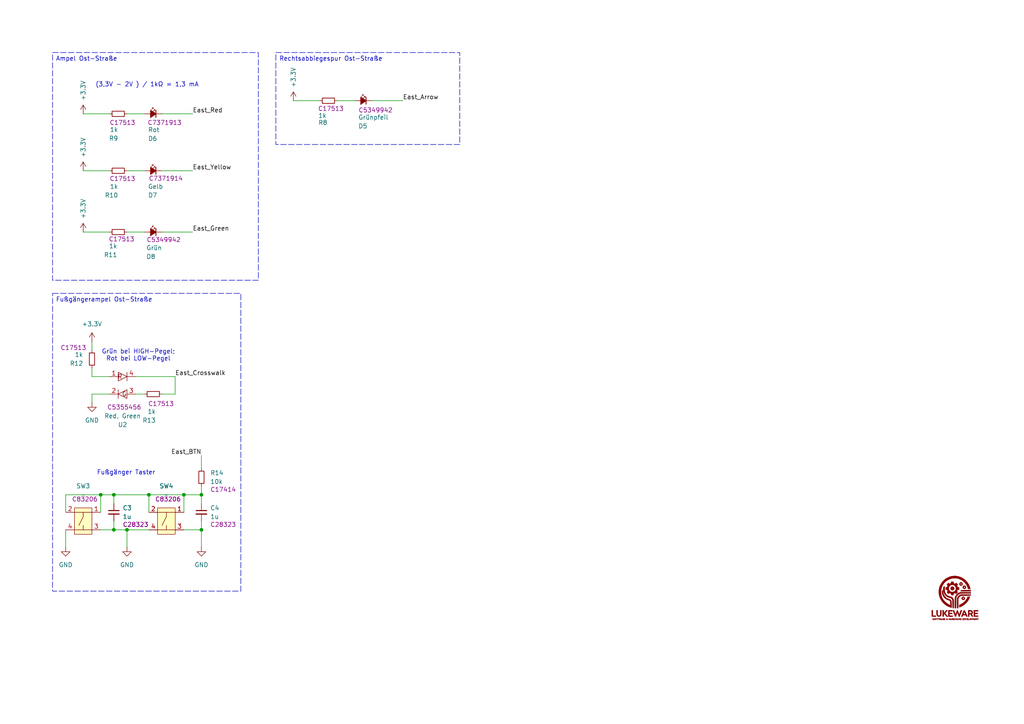
<source format=kicad_sch>
(kicad_sch (version 20231120) (generator "eeschema") (generator_version "8.0")
  (paper "A4")
  (title_block (title "SignalFlowLab") (date "2025-02-26") (rev "V 1.1") (company "LukeWare"))
  (lib_symbols
    (symbol "0_SignalFlowLab:A-SC6302R6AGHC-A03-2T"
      (property "Reference" "U" (at 0 0 0))
      (property "Value" "Red, Green" (at 0 0 0))
      (property "LCSC" " C5355456" (at 0 0 0))
      (symbol "A-SC6302R6AGHC-A03-2T_1_0"
        (pin power_in line (at -1.27 3.81 0) (length 2.54) (name "") (number "1"))
        (pin passive line (at -1.27 8.89 0) (length 2.54) (name "") (number "2"))
        (pin power_in line (at 6.35 8.89 180) (length 2.54) (name "") (number "3"))
        (pin passive line (at 6.35 3.81 180) (length 2.54) (name "") (number "4"))
      )
      (symbol "A-SC6302R6AGHC-A03-2T_1_1"
        (text "G" (at 3.048 8.89 0) (effects (font (size 1.27 1.27))))
        (text "R" (at 1.778 3.81 0) (effects (font (size 1.27 1.27))))
      )
    )
    (symbol "0_SignalFlowLab:K2-6639SP-C4SC-04"
      (property "Reference" "SW" (at 5.08 7.874 0))
      (property "LCSC" " C83206" (at 0 0 0))
      (symbol "K2-6639SP-C4SC-04_0_0"
        (pin passive line (at 0 0 0) (length 2.54) (name "") (number "1"))
        (pin passive line (at 10.16 0 180) (length 2.54) (name "") (number "2"))
        (pin passive line (at 0 5.08 0) (length 2.54) (name "") (number "3"))
        (pin passive line (at 10.16 5.08 180) (length 2.54) (name "") (number "4"))
      )
    )
    (symbol "0_SignalFlowLab:LOGO" (pin_names (offset 1.016)))
    (symbol "Device:C_Small" (pin_numbers hide) (pin_names (offset 0.254) hide)
      (property "Reference" "C" (at 0.254 1.778 0))
      (property "Value" "C_Small" (at 0.254 -2.032 0))
      (symbol "C_Small_1_1"
        (pin passive line (at 0 2.54 270) (length 2.032) (name "~") (number "1"))
        (pin passive line (at 0 -2.54 90) (length 2.032) (name "~") (number "2"))
      )
    )
    (symbol "Device:LED_Small_Filled" (pin_numbers hide) (pin_names (offset 0.254) hide)
      (property "Reference" "D" (at -1.27 3.175 0))
      (property "Value" "LED_Small_Filled" (at -4.445 -2.54 0))
      (symbol "LED_Small_Filled_1_1"
        (pin passive line (at -2.54 0 0) (length 1.778) (name "K") (number "1"))
        (pin passive line (at 2.54 0 180) (length 1.778) (name "A") (number "2"))
      )
    )
    (symbol "Device:R_Small" (pin_numbers hide) (pin_names (offset 0.254) hide)
      (property "Reference" "R" (at 0.762 0.508 0))
      (property "Value" "R_Small" (at 0.762 -1.016 0))
      (symbol "R_Small_1_1"
        (pin passive line (at 0 2.54 270) (length 0.762) (name "~") (number "1"))
        (pin passive line (at 0 -2.54 90) (length 0.762) (name "~") (number "2"))
      )
    )
    (symbol "power:+3.3V" (power) (pin_numbers hide) (pin_names (offset 0) hide)
      (property "Value" "+3.3V" (at 0 3.556 0))
      (symbol "+3.3V_1_1"
        (pin power_in line (at 0 0 90) (length 0) (name "~") (number "1"))
      )
    )
    (symbol "power:GND" (power) (pin_numbers hide) (pin_names (offset 0) hide)
      (property "Value" "GND" (at 0 -3.81 0))
      (symbol "GND_1_1"
        (pin power_in line (at 0 0 270) (length 0) (name "~") (number "1"))
      )
    )
  )
  (junction (at 33.02 153.67))
  (junction (at 58.42 153.67))
  (junction (at 33.02 143.51))
  (junction (at 29.21 143.51))
  (junction (at 43.18 143.51))
  (junction (at 53.34 143.51))
  (junction (at 36.83 153.67))
  (junction (at 58.42 143.51))
  (wire (pts (xy 58.42 151.13) (xy 58.42 153.67)))
  (wire (pts (xy 26.67 114.3) (xy 31.75 114.3)))
  (wire (pts (xy 107.95 29.21) (xy 116.84 29.21)))
  (wire (pts (xy 33.02 151.13) (xy 33.02 153.67)))
  (wire (pts (xy 97.79 29.21) (xy 102.87 29.21)))
  (wire (pts (xy 29.21 143.51) (xy 29.21 148.59)))
  (wire (pts (xy 19.05 143.51) (xy 19.05 148.59)))
  (wire (pts (xy 24.13 49.53) (xy 31.75 49.53)))
  (wire (pts (xy 19.05 153.67) (xy 19.05 158.75)))
  (wire (pts (xy 46.99 49.53) (xy 55.88 49.53)))
  (wire (pts (xy 53.34 153.67) (xy 58.42 153.67)))
  (wire (pts (xy 36.83 33.02) (xy 41.91 33.02)))
  (wire (pts (xy 31.75 109.22) (xy 26.67 109.22)))
  (wire (pts (xy 26.67 116.84) (xy 26.67 114.3)))
  (wire (pts (xy 53.34 143.51) (xy 58.42 143.51)))
  (wire (pts (xy 36.83 49.53) (xy 41.91 49.53)))
  (wire (pts (xy 29.21 143.51) (xy 33.02 143.51)))
  (wire (pts (xy 58.42 153.67) (xy 58.42 158.75)))
  (wire (pts (xy 46.99 114.3) (xy 50.8 114.3)))
  (wire (pts (xy 43.18 143.51) (xy 43.18 148.59)))
  (wire (pts (xy 50.8 109.22) (xy 39.37 109.22)))
  (wire (pts (xy 29.21 153.67) (xy 33.02 153.67)))
  (wire (pts (xy 33.02 143.51) (xy 43.18 143.51)))
  (wire (pts (xy 58.42 132.08) (xy 58.42 135.89)))
  (wire (pts (xy 58.42 140.97) (xy 58.42 143.51)))
  (wire (pts (xy 33.02 153.67) (xy 36.83 153.67)))
  (wire (pts (xy 26.67 99.06) (xy 26.67 101.6)))
  (wire (pts (xy 36.83 67.31) (xy 41.91 67.31)))
  (wire (pts (xy 33.02 143.51) (xy 33.02 146.05)))
  (wire (pts (xy 36.83 153.67) (xy 43.18 153.67)))
  (wire (pts (xy 26.67 106.68) (xy 26.67 109.22)))
  (wire (pts (xy 24.13 33.02) (xy 31.75 33.02)))
  (wire (pts (xy 36.83 153.67) (xy 36.83 158.75)))
  (wire (pts (xy 39.37 114.3) (xy 41.91 114.3)))
  (wire (pts (xy 58.42 146.05) (xy 58.42 143.51)))
  (wire (pts (xy 46.99 33.02) (xy 55.88 33.02)))
  (wire (pts (xy 85.09 29.21) (xy 92.71 29.21)))
  (wire (pts (xy 50.8 114.3) (xy 50.8 109.22)))
  (wire (pts (xy 46.99 67.31) (xy 55.88 67.31)))
  (wire (pts (xy 24.13 67.31) (xy 31.75 67.31)))
  (wire (pts (xy 43.18 143.51) (xy 53.34 143.51)))
  (wire (pts (xy 53.34 143.51) (xy 53.34 148.59)))
  (wire (pts (xy 29.21 143.51) (xy 19.05 143.51)))
  (text_box "Fußgängerampel Ost-Straße" (at 15.24 85.09 0) (size 54.61 86.36) (stroke (width 0) (type dash)) (effects (font (size 1.27 1.27)) (justify left top)))
  (text_box "Rechtsabbiegespur Ost-Straße" (at 80.01 15.24 0) (size 53.34 26.67) (stroke (width 0) (type dash)) (effects (font (size 1.27 1.27)) (justify left top)))
  (text_box "Ampel Ost-Straße" (at 15.24 15.24 0) (size 59.69 66.04) (stroke (width 0) (type dash)) (effects (font (size 1.27 1.27)) (justify left top)))
  (text "Grün bei HIGH-Pegel;\nRot bei LOW-Pegel" (at 40.132 103.124 0) (effects (font (size 1.27 1.27))))
  (text "Fußgänger Taster" (at 36.576 137.16 0) (effects (font (size 1.27 1.27))))
  (text "(3,3V - 2V ) / 1kΩ = 1,3 mA" (at 42.672 24.638 0) (effects (font (size 1.27 1.27))))
  (label "East_Yellow" (at 55.88 49.53 0))
  (label "East_Green" (at 55.88 67.31 0))
  (label "East_Crosswalk" (at 50.8 109.22 0))
  (label "East_Red" (at 55.88 33.02 0))
  (label "East_BTN" (at 58.42 132.08 180))
  (label "East_Arrow" (at 116.84 29.21 0))
  (symbol (lib_id "0_SignalFlowLab:K2-6639SP-C4SC-04") (at 29.21 148.59 180) (unit 1)
    (property "Reference" "SW3" (at 24.13 140.97 0))
    (property "Value" "~" (at 24.13 143.51 0))
    (property "Footprint" "0_SignalFlowLab:K2-6639SP-C4SC-04" (effects (hide yes)))
    (property "Description" "6mm 5mm Round Button 50mA Standing paste 6mm SPST 100MΩ 1,000,000 Times 250gf 12V SMD Tactile Switches ROHS" (effects (hide yes)))
    (property "LCSC" " C83206" (at 24.13 144.78 0))
  )
  (symbol (lib_id "Device:LED_Small_Filled") (at 105.41 29.21 0) (mirror y) (unit 1)
    (property "Reference" "D5" (at 103.886 36.576 0) (effects (justify right)))
    (property "Value" "Grünpfeil" (at 103.886 34.036 0) (effects (justify right)))
    (property "Footprint" "LED_SMD:LED_0805_2012Metric" (effects (hide yes)))
    (property "Description" "Light emitting diode, small symbol, filled shape" (effects (hide yes)))
    (property "LCSC" " C5349942" (at 108.458 31.9404 0))
  )
  (symbol (lib_id "Device:C_Small") (at 58.42 148.59 0) (unit 1)
    (property "Reference" "C4" (at 60.96 147.3262 0) (effects (justify left)))
    (property "Value" "1u" (at 60.96 149.8662 0) (effects (justify left)))
    (property "Footprint" "Capacitor_SMD:C_0805_2012Metric" (effects (hide yes)))
    (property "Description" "Unpolarized capacitor, small symbol" (effects (hide yes)))
    (property "LCSC" " C28323" (at 64.262 152.146 0))
  )
  (symbol (lib_id "Device:C_Small") (at 33.02 148.59 0) (unit 1)
    (property "Reference" "C3" (at 35.56 147.3262 0) (effects (justify left)))
    (property "Value" "1u" (at 35.56 149.8662 0) (effects (justify left)))
    (property "Footprint" "Capacitor_SMD:C_0805_2012Metric" (effects (hide yes)))
    (property "Description" "Unpolarized capacitor, small symbol" (effects (hide yes)))
    (property "LCSC" " C28323" (at 38.862 152.146 0))
  )
  (symbol (lib_id "power:GND") (at 19.05 158.75 0) (unit 1)
    (property "Reference" "#PWR025" (effects (hide yes)))
    (property "Value" "GND" (at 19.05 163.83 0))
    (property "Description" "Power symbol creates a global label with name \"GND\" , ground" (effects (hide yes)))
  )
  (symbol (lib_id "power:+3.3V") (at 24.13 67.31 0) (unit 1)
    (property "Reference" "#PWR022" (effects (hide yes)))
    (property "Value" "+3.3V" (at 24.1299 63.5 90) (effects (justify left)))
    (property "Description" "Power symbol creates a global label with name \"+3.3V\"" (effects (hide yes)))
  )
  (symbol (lib_id "Device:LED_Small_Filled") (at 44.45 67.31 0) (mirror y) (unit 1)
    (property "Reference" "D8" (at 42.418 74.422 0) (effects (justify right)))
    (property "Value" "Grün" (at 42.418 71.882 0) (effects (justify right)))
    (property "Footprint" "LED_SMD:LED_0805_2012Metric" (effects (hide yes)))
    (property "Description" "Light emitting diode, small symbol, filled shape" (effects (hide yes)))
    (property "LCSC" " C5349942" (at 46.99 69.5324 0))
  )
  (symbol (lib_id "0_SignalFlowLab:K2-6639SP-C4SC-04") (at 53.34 148.59 180) (unit 1)
    (property "Reference" "SW4" (at 48.26 140.97 0))
    (property "Value" "~" (at 48.26 143.51 0))
    (property "Footprint" "0_SignalFlowLab:K2-6639SP-C4SC-04" (effects (hide yes)))
    (property "Description" "6mm 5mm Round Button 50mA Standing paste 6mm SPST 100MΩ 1,000,000 Times 250gf 12V SMD Tactile Switches ROHS" (effects (hide yes)))
    (property "LCSC" " C83206" (at 48.26 144.78 0))
  )
  (symbol (lib_id "Device:LED_Small_Filled") (at 44.45 49.53 0) (mirror y) (unit 1)
    (property "Reference" "D7" (at 42.926 56.642 0) (effects (justify right)))
    (property "Value" "Gelb" (at 42.926 54.102 0) (effects (justify right)))
    (property "Footprint" "LED_SMD:LED_0805_2012Metric" (effects (hide yes)))
    (property "Description" "Light emitting diode, small symbol, filled shape" (effects (hide yes)))
    (property "LCSC" " C7371914" (at 42.164 51.7524 0) (effects (justify right)))
  )
  (symbol (lib_id "Device:R_Small") (at 95.25 29.21 90) (mirror x) (unit 1)
    (property "Reference" "R8" (at 94.996 35.56 90) (effects (justify left)))
    (property "Value" "1k" (at 94.742 33.528 90) (effects (justify left)))
    (property "Footprint" "Resistor_SMD:R_0805_2012Metric" (effects (hide yes)))
    (property "Description" "Resistor, small symbol" (effects (hide yes)))
    (property "LCSC" " C17513" (at 95.504 31.4959 90))
  )
  (symbol (lib_id "power:GND") (at 26.67 116.84 0) (unit 1)
    (property "Reference" "#PWR024" (effects (hide yes)))
    (property "Value" "GND" (at 26.67 121.92 0))
    (property "Description" "Power symbol creates a global label with name \"GND\" , ground" (effects (hide yes)))
  )
  (symbol (lib_id "power:+3.3V") (at 26.67 99.06 0) (unit 1)
    (property "Reference" "#PWR023" (effects (hide yes)))
    (property "Value" "+3.3V" (at 26.67 93.98 0))
    (property "Description" "Power symbol creates a global label with name \"+3.3V\"" (effects (hide yes)))
  )
  (symbol (lib_id "power:GND") (at 58.42 158.75 0) (unit 1)
    (property "Reference" "#PWR027" (effects (hide yes)))
    (property "Value" "GND" (at 58.42 163.83 0))
    (property "Description" "Power symbol creates a global label with name \"GND\" , ground" (effects (hide yes)))
  )
  (symbol (lib_id "power:+3.3V") (at 24.13 33.02 0) (unit 1)
    (property "Reference" "#PWR020" (effects (hide yes)))
    (property "Value" "+3.3V" (at 24.1299 29.21 90) (effects (justify left)))
    (property "Description" "Power symbol creates a global label with name \"+3.3V\"" (effects (hide yes)))
  )
  (symbol (lib_id "0_SignalFlowLab:A-SC6302R6AGHC-A03-2T") (at 33.02 105.41 0) (mirror x) (unit 1)
    (property "Reference" "U2" (at 35.56 123.19 0))
    (property "Value" "Red, Green" (at 35.56 120.65 0))
    (property "Footprint" "0_SignalFlowLab:A-SC6302R6AGHC-A03-2T" (effects (hide yes)))
    (property "Description" "Colorless transparent lens -40℃~+85℃ Positive Stick Red,Green 120° SMD-4P,3.5x2.8mm LED Indication - Discrete ROHS" (effects (hide yes)))
    (property "LCSC" " C5355456" (at 35.56 118.11 0))
  )
  (symbol (lib_id "power:GND") (at 36.83 158.75 0) (unit 1)
    (property "Reference" "#PWR026" (effects (hide yes)))
    (property "Value" "GND" (at 36.83 163.83 0))
    (property "Description" "Power symbol creates a global label with name \"GND\" , ground" (effects (hide yes)))
  )
  (symbol (lib_id "power:+3.3V") (at 24.13 49.53 0) (unit 1)
    (property "Reference" "#PWR021" (effects (hide yes)))
    (property "Value" "+3.3V" (at 24.1299 45.72 90) (effects (justify left)))
    (property "Description" "Power symbol creates a global label with name \"+3.3V\"" (effects (hide yes)))
  )
  (symbol (lib_id "Device:R_Small") (at 34.29 67.31 90) (mirror x) (unit 1)
    (property "Reference" "R11" (at 34.036 73.914 90) (effects (justify left)))
    (property "Value" "1k" (at 34.036 71.374 90) (effects (justify left)))
    (property "Footprint" "Resistor_SMD:R_0805_2012Metric" (effects (hide yes)))
    (property "Description" "Resistor, small symbol" (effects (hide yes)))
    (property "LCSC" " C17513" (at 34.798 69.3419 90))
  )
  (symbol (lib_id "Device:R_Small") (at 34.29 33.02 90) (mirror x) (unit 1)
    (property "Reference" "R9" (at 34.29 40.132 90) (effects (justify left)))
    (property "Value" "1k" (at 34.29 37.592 90) (effects (justify left)))
    (property "Footprint" "Resistor_SMD:R_0805_2012Metric" (effects (hide yes)))
    (property "Description" "Resistor, small symbol" (effects (hide yes)))
    (property "LCSC" " C17513" (at 35.052 35.56 90))
  )
  (symbol (lib_id "Device:R_Small") (at 34.29 49.53 90) (mirror x) (unit 1)
    (property "Reference" "R10" (at 34.29 56.642 90) (effects (justify left)))
    (property "Value" "1k" (at 34.29 54.102 90) (effects (justify left)))
    (property "Footprint" "Resistor_SMD:R_0805_2012Metric" (effects (hide yes)))
    (property "Description" "Resistor, small symbol" (effects (hide yes)))
    (property "LCSC" " C17513" (at 35.052 51.816 90))
  )
  (symbol (lib_id "Device:R_Small") (at 26.67 104.14 180) (unit 1)
    (property "Reference" "R12" (at 24.13 105.4101 0) (effects (justify left)))
    (property "Value" "1k" (at 24.13 102.8701 0) (effects (justify left)))
    (property "Footprint" "Resistor_SMD:R_0805_2012Metric" (effects (hide yes)))
    (property "Description" "Resistor, small symbol" (effects (hide yes)))
    (property "LCSC" " C17513" (at 20.828 100.838 0))
  )
  (symbol (lib_id "Device:R_Small") (at 58.42 138.43 0) (unit 1)
    (property "Reference" "R14" (at 60.96 137.1599 0) (effects (justify left)))
    (property "Value" "10k" (at 60.96 139.6999 0) (effects (justify left)))
    (property "Footprint" "Resistor_SMD:R_0805_2012Metric" (effects (hide yes)))
    (property "Description" "Resistor, small symbol" (effects (hide yes)))
    (property "LCSC" " C17414" (at 64.262 141.986 0))
  )
  (symbol (lib_id "Device:R_Small") (at 44.45 114.3 90) (mirror x) (unit 1)
    (property "Reference" "R13" (at 45.212 121.92 90) (effects (justify left)))
    (property "Value" "1k" (at 45.212 119.38 90) (effects (justify left)))
    (property "Footprint" "Resistor_SMD:R_0805_2012Metric" (effects (hide yes)))
    (property "Description" "Resistor, small symbol" (effects (hide yes)))
    (property "LCSC" " C17513" (at 46.228 117.094 90))
  )
  (symbol (lib_id "power:+3.3V") (at 85.09 29.21 0) (unit 1)
    (property "Reference" "#PWR019" (effects (hide yes)))
    (property "Value" "+3.3V" (at 85.0899 25.4 90) (effects (justify left)))
    (property "Description" "Power symbol creates a global label with name \"+3.3V\"" (effects (hide yes)))
  )
  (symbol (lib_id "0_SignalFlowLab:LOGO") (at 276.86 173.99 0) (unit 1)
    (property "Reference" "#G3" (effects (hide yes)))
    (property "Value" "LOGO" (effects (hide yes)))
  )
  (symbol (lib_id "Device:LED_Small_Filled") (at 44.45 33.02 0) (mirror y) (unit 1)
    (property "Reference" "D6" (at 42.926 40.1956 0) (effects (justify right)))
    (property "Value" "Rot" (at 42.926 37.6556 0) (effects (justify right)))
    (property "Footprint" "LED_SMD:LED_0805_2012Metric" (effects (hide yes)))
    (property "Description" "Light emitting diode, small symbol, filled shape" (effects (hide yes)))
    (property "LCSC" "C7371913" (at 47.752 35.56 0))
  )
)
</source>
